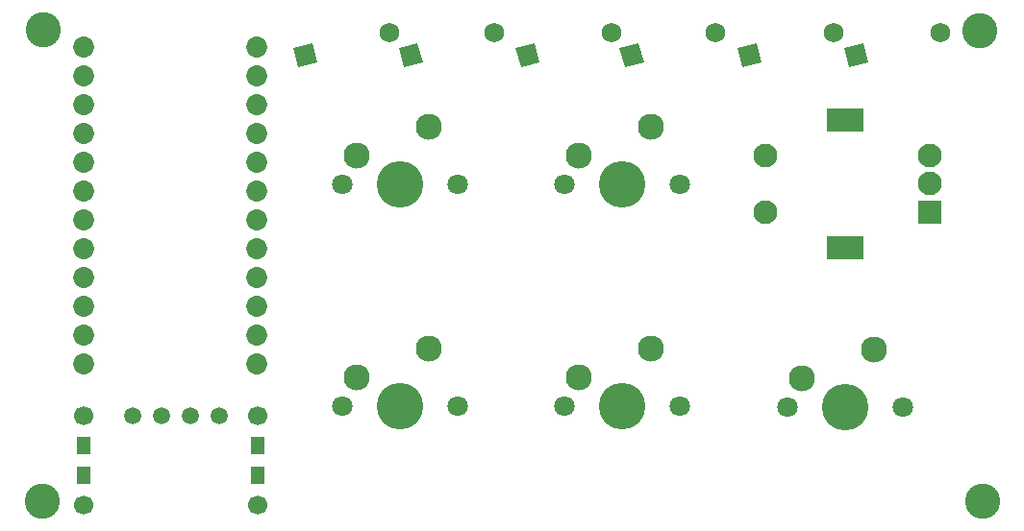
<source format=gbr>
%TF.GenerationSoftware,KiCad,Pcbnew,(5.1.6)-1*%
%TF.CreationDate,2020-10-14T18:33:49+03:00*%
%TF.ProjectId,aplx6.rev2,61706c78-362e-4726-9576-322e6b696361,rev?*%
%TF.SameCoordinates,Original*%
%TF.FileFunction,Soldermask,Top*%
%TF.FilePolarity,Negative*%
%FSLAX46Y46*%
G04 Gerber Fmt 4.6, Leading zero omitted, Abs format (unit mm)*
G04 Created by KiCad (PCBNEW (5.1.6)-1) date 2020-10-14 18:33:49*
%MOMM*%
%LPD*%
G01*
G04 APERTURE LIST*
%ADD10C,1.852600*%
%ADD11C,1.800000*%
%ADD12C,4.100000*%
%ADD13C,2.300000*%
%ADD14C,0.100000*%
%ADD15C,1.751000*%
%ADD16C,2.100000*%
%ADD17R,3.300000X2.100000*%
%ADD18R,2.100000X2.100000*%
%ADD19C,1.497000*%
%ADD20R,1.300000X1.600000*%
%ADD21C,1.700000*%
%ADD22C,3.100000*%
G04 APERTURE END LIST*
D10*
%TO.C,U1*%
X125730000Y-62970000D03*
X125730000Y-65510000D03*
X125730000Y-68050000D03*
X125730000Y-70590000D03*
X125730000Y-73130000D03*
X125730000Y-75670000D03*
X125730000Y-78210000D03*
X125730000Y-80750000D03*
X125730000Y-83290000D03*
X125730000Y-85830000D03*
X125730000Y-88370000D03*
X110490000Y-90910000D03*
X110490000Y-88370000D03*
X110490000Y-85830000D03*
X110490000Y-83290000D03*
X110490000Y-80750000D03*
X110490000Y-78210000D03*
X110490000Y-75670000D03*
X110490000Y-73130000D03*
X110490000Y-70590000D03*
X110490000Y-68050000D03*
X110490000Y-65510000D03*
X125730000Y-90910000D03*
X110490000Y-62970000D03*
%TD*%
D11*
%TO.C,SW3*%
X163040000Y-75080000D03*
X152880000Y-75080000D03*
D12*
X157960000Y-75080000D03*
D13*
X154150000Y-72540000D03*
X160500000Y-70000000D03*
%TD*%
D11*
%TO.C,SW1*%
X143440000Y-75080000D03*
X133280000Y-75080000D03*
D12*
X138360000Y-75080000D03*
D13*
X134550000Y-72540000D03*
X140900000Y-70000000D03*
%TD*%
D14*
%TO.C,D3*%
G36*
X139938895Y-62663837D02*
G01*
X140392087Y-64355173D01*
X138700751Y-64808365D01*
X138247559Y-63117029D01*
X139938895Y-62663837D01*
G37*
D15*
X146680177Y-61763899D03*
%TD*%
D14*
%TO.C,D5*%
G36*
X150238895Y-62651837D02*
G01*
X150692087Y-64343173D01*
X149000751Y-64796365D01*
X148547559Y-63105029D01*
X150238895Y-62651837D01*
G37*
D15*
X156980177Y-61751899D03*
%TD*%
D14*
%TO.C,D2*%
G36*
X159387784Y-62651837D02*
G01*
X159840976Y-64343173D01*
X158149640Y-64796365D01*
X157696448Y-63105029D01*
X159387784Y-62651837D01*
G37*
D15*
X166129066Y-61751899D03*
%TD*%
D14*
%TO.C,D4*%
G36*
X169788895Y-62651837D02*
G01*
X170242087Y-64343173D01*
X168550751Y-64796365D01*
X168097559Y-63105029D01*
X169788895Y-62651837D01*
G37*
D15*
X176530177Y-61751899D03*
%TD*%
D14*
%TO.C,D6*%
G36*
X179183895Y-62651837D02*
G01*
X179637087Y-64343173D01*
X177945751Y-64796365D01*
X177492559Y-63105029D01*
X179183895Y-62651837D01*
G37*
D15*
X185925177Y-61751899D03*
%TD*%
D14*
%TO.C,D1*%
G36*
X130669895Y-62651837D02*
G01*
X131123087Y-64343173D01*
X129431751Y-64796365D01*
X128978559Y-63105029D01*
X130669895Y-62651837D01*
G37*
D15*
X137411177Y-61751899D03*
%TD*%
D16*
%TO.C,SW5*%
X170546000Y-72557000D03*
X170546000Y-77557000D03*
D17*
X177546000Y-69457000D03*
X177546000Y-80657000D03*
D16*
X185046000Y-72557000D03*
X185046000Y-75057000D03*
D18*
X185046000Y-77557000D03*
%TD*%
D11*
%TO.C,SW6*%
X182640000Y-94780000D03*
X172480000Y-94780000D03*
D12*
X177560000Y-94780000D03*
D13*
X173750000Y-92240000D03*
X180100000Y-89700000D03*
%TD*%
D11*
%TO.C,SW2*%
X143440000Y-94680000D03*
X133280000Y-94680000D03*
D12*
X138360000Y-94680000D03*
D13*
X134550000Y-92140000D03*
X140900000Y-89600000D03*
%TD*%
D11*
%TO.C,SW4*%
X163040000Y-94680000D03*
X152880000Y-94680000D03*
D12*
X157960000Y-94680000D03*
D13*
X154150000Y-92140000D03*
X160500000Y-89600000D03*
%TD*%
D19*
%TO.C,J1*%
X122428000Y-95504000D03*
X119888000Y-95504000D03*
X117348000Y-95504000D03*
X114808000Y-95504000D03*
%TD*%
D20*
%TO.C,R1*%
X125857000Y-98091000D03*
X125857000Y-100791000D03*
D21*
X125857000Y-103341000D03*
X125857000Y-95541000D03*
%TD*%
%TO.C,R2*%
X110490000Y-95541000D03*
X110490000Y-103341000D03*
D20*
X110490000Y-100791000D03*
X110490000Y-98091000D03*
%TD*%
D22*
%TO.C,U4*%
X189650000Y-103000000D03*
%TD*%
%TO.C,U4*%
X189450000Y-61550000D03*
%TD*%
%TO.C,U4*%
X106850000Y-103000000D03*
%TD*%
%TO.C,U4*%
X106950000Y-61500000D03*
%TD*%
M02*

</source>
